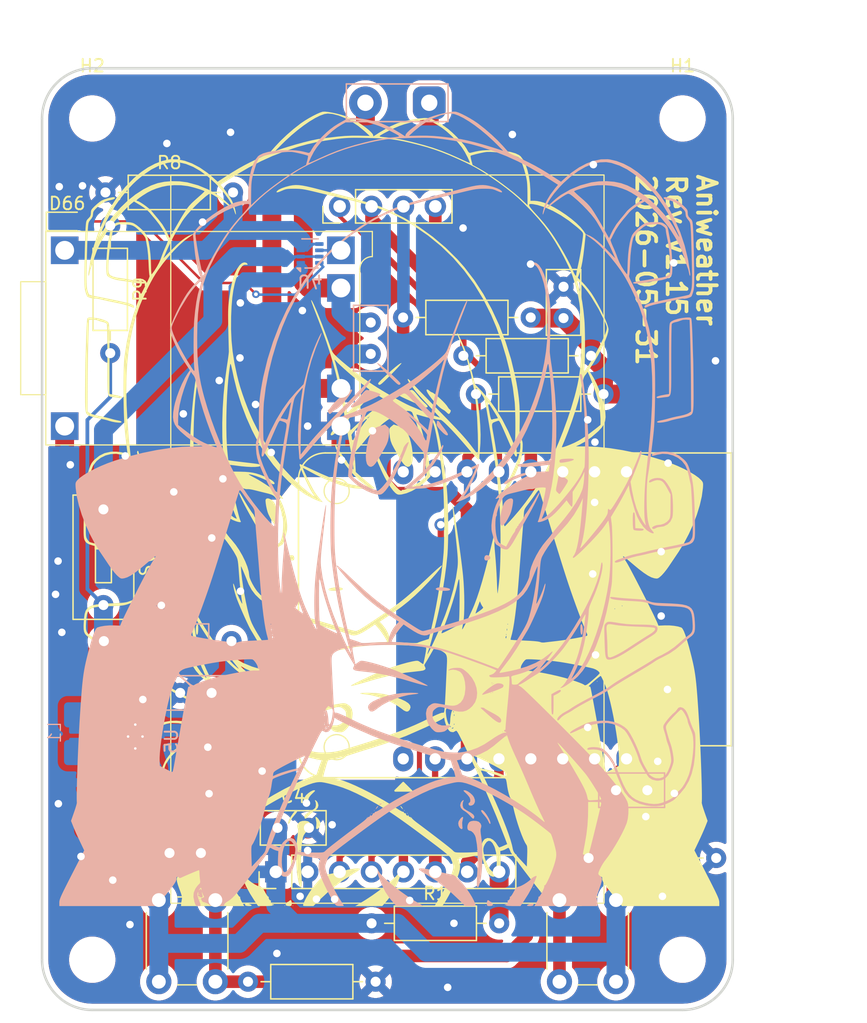
<source format=kicad_pcb>
(kicad_pcb (version 20241229) (generator "pcbnew") (generator_version "9.0")
  (title_block (title "Aniweather") (date "2024-12-06") (rev "v1.15") (company "Cyao") (comment 1 "Anime weather station"))
  (layers (0 "F.Cu" signal) (2 "B.Cu" signal) (13 "F.Paste" user) (15 "B.Paste" user) (5 "F.SilkS" user "F.Silkscreen") (7 "B.SilkS" user "B.Silkscreen") (1 "F.Mask" user) (3 "B.Mask" user) (25 "Edge.Cuts" user))
  (net 0 "")
  (net 1 "Net-(BT1-+)")
  (net 2 "Net-(BT1--)")
  (net 3 "Net-(U1-LED)")
  (net 4 "+3.3V")
  (net 5 "+5V")
  (net 6 "CS_LCD")
  (net 7 "RESET")
  (net 8 "MOSI")
  (net 9 "SCK")
  (net 10 "SD_CS")
  (net 11 "MISO")
  (net 12 "Net-(D66-A)")
  (net 13 "AO")
  (net 14 "GND")
  (net 15 "Net-(U2-A4)")
  (net 18 "VIN+")
  (net 19 "Net-(SW4-Pad1)")
  (net 21 "Net-(U2-A5)")
  (net 22 "Net-(U5-L1)")
  (net 23 "Net-(U5-L2)")
  (net 24 "Net-(U5-EN)")
  (net 27 "BOUT")
  (footprint "LOGO" (layer "F.Cu") (at 140.35115 95.117339)
    (property "Reference" "G2" (hide yes))
    (property "Value" "LOGO" (hide yes))
  )
  (footprint "Resistor_THT:R_Axial_DIN0207_L6.3mm_D2.5mm_P10.16mm_Horizontal" (layer "F.Cu") (at 147.25 89.375)
    (property "Reference" "R6" (hide yes))
    (property "Value" "10k")
    (pad "1" thru_hole circle (at 0 0) (size 1.6 1.6) (drill 0.8) (layers "*.Cu" "*.Mask") (net 6 "CS_LCD"))
    (pad "2" thru_hole oval (at 10.16 0) (size 1.6 1.6) (drill 0.8) (layers "*.Cu" "*.Mask") (net 4 "+3.3V"))
  )
  (footprint "Resistor_THT:R_Axial_DIN0207_L6.3mm_D2.5mm_P10.16mm_Horizontal" (layer "F.Cu") (at 166.38 126.325 180)
    (property "Reference" "R3" (at 5.08 -2.37 0) (layer "F.SilkS"))
    (property "Value" "10k")
    (pad "1" thru_hole circle (at 0 0 180) (size 1.6 1.6) (drill 0.8) (layers "*.Cu" "*.Mask") (net 14 "GND"))
    (pad "2" thru_hole oval (at 10.16 0 180) (size 1.6 1.6) (drill 0.8) (layers "*.Cu" "*.Mask") (net 21 "Net-(U2-A5)"))
  )
  (footprint "asylum:ST7735" (layer "F.Cu") (at 140.2 100.925)
    (property "Reference" "U1" (hide yes))
    (property "Value" "~")
    (pad "0" thru_hole rect (at -8.885 26.5 90) (size 1.7 1.7) (drill 1) (layers "*.Cu" "*.Mask") (net 4 "+3.3V"))
    (pad "1" thru_hole oval (at -6.345 26.5 90) (size 1.7 1.7) (drill 1) (layers "*.Cu" "*.Mask") (net 14 "GND"))
    (pad "2" thru_hole oval (at -3.805 26.5 90) (size 1.7 1.7) (drill 1) (layers "*.Cu" "*.Mask") (net 6 "CS_LCD"))
    (pad "3" thru_hole oval (at -1.265 26.5 90) (size 1.7 1.7) (drill 1) (layers "*.Cu" "*.Mask") (net 7 "RESET"))
    (pad "4" thru_hole oval (at 1.275 26.5 90) (size 1.7 1.7) (drill 1) (layers "*.Cu" "*.Mask") (net 13 "AO"))
    (pad "5" thru_hole oval (at 3.815 26.5 90) (size 1.7 1.7) (drill 1) (layers "*.Cu" "*.Mask") (net 8 "MOSI"))
    (pad "6" thru_hole oval (at 6.355 26.5 90) (size 1.7 1.7) (drill 1) (layers "*.Cu" "*.Mask") (net 9 "SCK"))
    (pad "7" thru_hole oval (at 8.895 26.5 90) (size 1.7 1.7) (drill 1) (layers "*.Cu" "*.Mask") (net 3 "Net-(U1-LED)"))
    (pad "8" thru_hole oval (at -3.805 -26.5 90) (size 1.7 1.7) (drill 1) (layers "*.Cu" "*.Mask") (net 10 "SD_CS"))
    (pad "9" thru_hole oval (at -1.265 -26.5 90) (size 1.7 1.7) (drill 1) (layers "*.Cu" "*.Mask") (net 8 "MOSI"))
    (pad "10" thru_hole oval (at 1.275 -26.5 90) (size 1.7 1.7) (drill 1) (layers "*.Cu" "*.Mask") (net 11 "MISO"))
    (pad "11" thru_hole oval (at 3.815 -26.5 90) (size 1.7 1.7) (drill 1) (layers "*.Cu" "*.Mask") (net 9 "SCK"))
  )
  (footprint "Resistor_THT:R_Axial_DIN0207_L6.3mm_D2.5mm_P10.16mm_Horizontal" (layer "F.Cu") (at 146.25 86.325)
    (property "Reference" "R5" (hide yes))
    (property "Value" "10k")
    (pad "1" thru_hole circle (at 0 0) (size 1.6 1.6) (drill 0.8) (layers "*.Cu" "*.Mask") (net 10 "SD_CS"))
    (pad "2" thru_hole oval (at 10.16 0) (size 1.6 1.6) (drill 0.8) (layers "*.Cu" "*.Mask") (net 4 "+3.3V"))
  )
  (footprint "Resistor_THT:R_Axial_DIN0207_L6.3mm_D2.5mm_P10.16mm_Horizontal" (layer "F.Cu") (at 138.94 131.525)
    (property "Reference" "R1" (at 5.08 -2.37 0) (layer "F.SilkS"))
    (property "Value" "10")
    (pad "1" thru_hole circle (at 0 0) (size 1.6 1.6) (drill 0.8) (layers "*.Cu" "*.Mask") (net 4 "+3.3V"))
    (pad "2" thru_hole oval (at 10.16 0) (size 1.6 1.6) (drill 0.8) (layers "*.Cu" "*.Mask") (net 3 "Net-(U1-LED)"))
  )
  (footprint "LED_SMD:LED_0603_1608Metric_Pad1.05x0.95mm_HandSolder" (layer "F.Cu") (at 114.7 75.625)
    (property "Reference" "D66" (at 0 -1.43 180) (layer "F.SilkS"))
    (property "Value" "LED")
    (pad "1" smd roundrect (at -0.875 0) (size 1.05 0.95) (layers "F.Cu" "F.Mask" "F.Paste") (net 14 "GND"))
    (pad "2" smd roundrect (at 0.875 0) (size 1.05 0.95) (layers "F.Cu" "F.Mask" "F.Paste") (net 12 "Net-(D66-A)"))
  )
  (footprint "asylum:TP4056" (layer "F.Cu") (at 126 84.925 90)
    (property "Reference" "U3" (hide yes))
    (property "Value" "~")
    (pad "0" thru_hole rect (at 4 10.5 180) (size 2.2 2.2) (drill 1.5) (layers "*.Cu" "*.Mask") (net 1 "Net-(BT1-+)"))
    (pad "1" thru_hole rect (at -4 10.5 180) (size 2.2 2.2) (drill 1.5) (layers "*.Cu" "*.Mask") (net 2 "Net-(BT1--)"))
    (pad "2" thru_hole rect (at 7 10.5 180) (size 2.2 2.2) (drill 1.5) (layers "*.Cu" "*.Mask") (net 27 "BOUT"))
    (pad "3" thru_hole rect (at -7 10.5 180) (size 2.2 2.2) (drill 1.5) (layers "*.Cu" "*.Mask") (net 14 "GND"))
    (pad "4" thru_hole rect (at 7 -11.5 180) (size 2.2 2.2) (drill 1.5) (layers "*.Cu" "*.Mask") (net 18 "VIN+"))
    (pad "5" thru_hole rect (at -7 -11.5 180) (size 2.2 2.2) (drill 1.5) (layers "*.Cu" "*.Mask") (net 14 "GND"))
  )
  (footprint "MountingHole:MountingHole_3.2mm_M3" (layer "F.Cu") (at 163.7 134.425)
    (property "Reference" "H4" (hide yes))
    (property "Value" "MountingHole")
    (pad "" np_thru_hole circle (at 0 0) (size 3.2 3.2) (drill 3.2) (layers "*.Cu" "*.Mask"))
  )
  (footprint "asylum:WEMOS_C1_mini" (layer "F.Cu") (at 148.96 106.995 90)
    (property "Reference" "U2" (hide yes))
    (property "Value" "~")
    (pad "0" thru_hole oval (at -11.43 2.66 90) (size 2 1.6) (drill 0.9) (layers "*.Cu" "*.Mask"))
    (pad "1" thru_hole oval (at -11.43 0.12 90) (size 2 1.6) (drill 0.9) (layers "*.Cu" "*.Mask") (net 13 "AO"))
    (pad "2" thru_hole oval (at -11.43 -2.42 90) (size 2 1.6) (drill 0.9) (layers "*.Cu" "*.Mask") (net 11 "MISO"))
    (pad "3" thru_hole oval (at -11.43 -4.96 90) (size 2 1.6) (drill 0.9) (layers "*.Cu" "*.Mask") (net 7 "RESET"))
    (pad "4" thru_hole oval (at -11.43 5.2 90) (size 2 1.6) (drill 0.9) (layers "*.Cu" "*.Mask") (net 15 "Net-(U2-A4)"))
    (pad "5" thru_hole oval (at -11.43 7.74 90) (size 2 1.6) (drill 0.9) (layers "*.Cu" "*.Mask") (net 21 "Net-(U2-A5)"))
    (pad "6" thru_hole oval (at 11.43 5.2 90) (size 2 1.6) (drill 0.9) (layers "*.Cu" "*.Mask") (net 9 "SCK"))
    (pad "7" thru_hole oval (at 11.43 2.66 90) (size 2 1.6) (drill 0.9) (layers "*.Cu" "*.Mask") (net 8 "MOSI"))
    (pad "8" thru_hole oval (at 11.43 0.12 90) (size 2 1.6) (drill 0.9) (layers "*.Cu" "*.Mask") (net 10 "SD_CS"))
    (pad "10" thru_hole oval (at 11.43 -2.42 90) (size 2 1.6) (drill 0.9) (layers "*.Cu" "*.Mask") (net 6 "CS_LCD"))
    (pad "11" thru_hole oval (at -11.43 -7.5 90) (size 2 1.6) (drill 0.9) (layers "*.Cu" "*.Mask"))
    (pad "12" thru_hole oval (at -11.43 10.28 90) (size 2 1.6) (drill 0.9) (layers "*.Cu" "*.Mask") (net 4 "+3.3V"))
    (pad "13" thru_hole oval (at 11.43 7.74 90) (size 2 1.6) (drill 0.9) (layers "*.Cu" "*.Mask") (net 14 "GND"))
    (pad "14" thru_hole oval (at 11.43 10.28 90) (size 2 1.6) (drill 0.9) (layers "*.Cu" "*.Mask"))
    (pad "20" thru_hole oval (at 11.43 -4.96 90) (size 2 1.6) (drill 0.9) (layers "*.Cu" "*.Mask"))
    (pad "21" thru_hole oval (at 11.43 -7.5 90) (size 2 1.6) (drill 0.9) (layers "*.Cu" "*.Mask"))
    (zone (net 0) (net_name "") (layers "F.Cu" "B.Cu" "Dwgs.User") (name "No Copper") (connect_pads (clearance 0)) (min_thickness 0.25)
      (keepout (tracks not_allowed) (vias not_allowed) (pads not_allowed) (copperpour not_allowed) (footprints not_allowed))
      (fill (thermal_gap 0.5) (thermal_bridge_width 0.5))
      (polygon (pts (xy 133.26 115.995) (xy 133.46 98.495) (xy 140.06 98.495) (xy 140.06 115.995)))
    )
  )
  (footprint "Capacitor_THT:C_Disc_D5.0mm_W2.5mm_P2.50mm" (layer "F.Cu") (at 154.225 80.825 -90)
    (property "Reference" "C2" (hide yes))
    (property "Value" "Tiny")
    (pad "1" thru_hole circle (at 0 0 270) (size 1.6 1.6) (drill 0.8) (layers "*.Cu" "*.Mask") (net 14 "GND"))
    (pad "2" thru_hole circle (at 2.5 0 270) (size 1.6 1.6) (drill 0.8) (layers "*.Cu" "*.Mask") (net 4 "+3.3V"))
  )
  (footprint "Resistor_THT:R_Axial_DIN0207_L6.3mm_D2.5mm_P10.16mm_Horizontal" (layer "F.Cu") (at 141.45 83.275)
    (property "Reference" "R7" (hide yes))
    (property "Value" "10k")
    (pad "1" thru_hole circle (at 0 0) (size 1.6 1.6) (drill 0.8) (layers "*.Cu" "*.Mask") (net 11 "MISO"))
    (pad "2" thru_hole oval (at 10.16 0) (size 1.6 1.6) (drill 0.8) (layers "*.Cu" "*.Mask") (net 4 "+3.3V"))
  )
  (footprint "Resistor_THT:R_Axial_DIN0207_L6.3mm_D2.5mm_P10.16mm_Horizontal" (layer "F.Cu") (at 117.75 73.315)
    (property "Reference" "R8" (at 5.08 -2.37 0) (layer "F.SilkS"))
    (property "Value" "10k")
    (pad "1" thru_hole circle (at 0 0) (size 1.6 1.6) (drill 0.8) (layers "*.Cu" "*.Mask") (net 14 "GND"))
    (pad "2" thru_hole oval (at 10.16 0) (size 1.6 1.6) (drill 0.8) (layers "*.Cu" "*.Mask") (net 18 "VIN+"))
  )
  (footprint "Button_Switch_THT:SW_PUSH_6mm" (layer "F.Cu") (at 158.4 129.675 -90)
    (property "Reference" "SW2" (hide yes))
    (property "Value" "SW_Push")
    (pad "1" thru_hole circle (at 0 0) (size 2 2) (drill 1.1) (layers "*.Cu" "*.Mask") (net 4 "+3.3V"))
    (pad "1" thru_hole circle (at 6.5 0) (size 2 2) (drill 1.1) (layers "*.Cu" "*.Mask") (net 4 "+3.3V"))
    (pad "2" thru_hole circle (at 0 4.5) (size 2 2) (drill 1.1) (layers "*.Cu" "*.Mask") (net 21 "Net-(U2-A5)"))
    (pad "2" thru_hole circle (at 6.5 4.5) (size 2 2) (drill 1.1) (layers "*.Cu" "*.Mask") (net 21 "Net-(U2-A5)"))
  )
  (footprint "Capacitor_THT:C_Disc_D5.0mm_W2.5mm_P2.50mm" (layer "F.Cu") (at 122.85 125.925)
    (property "Reference" "C1" (at 1.25 -2.5 0) (layer "F.SilkS"))
    (property "Value" "Tiny")
    (pad "1" thru_hole circle (at 0 0) (size 1.6 1.6) (drill 0.8) (layers "*.Cu" "*.Mask") (net 14 "GND"))
    (pad "2" thru_hole circle (at 2.5 0) (size 1.6 1.6) (drill 0.8) (layers "*.Cu" "*.Mask") (net 4 "+3.3V"))
  )
  (footprint "Resistor_THT:R_Axial_DIN0207_L6.3mm_D2.5mm_P10.16mm_Horizontal" (layer "F.Cu") (at 118.13 75.955 -90)
    (property "Reference" "R9" (at 5.08 -2.37 90) (layer "F.SilkS"))
    (property "Value" "470Ω")
    (pad "1" thru_hole circle (at 0 0 270) (size 1.6 1.6) (drill 0.8) (layers "*.Cu" "*.Mask") (net 12 "Net-(D66-A)"))
    (pad "2" thru_hole oval (at 10.16 0 270) (size 1.6 1.6) (drill 0.8) (layers "*.Cu" "*.Mask") (net 5 "+5V"))
  )
  (footprint "MountingHole:MountingHole_3.2mm_M3" (layer "F.Cu") (at 163.7 67.425)
    (property "Reference" "H1" (at 0 -4.2 0) (layer "F.SilkS"))
    (property "Value" "MountingHole")
    (pad "" np_thru_hole circle (at 0 0) (size 3.2 3.2) (drill 3.2) (layers "*.Cu" "*.Mask"))
  )
  (footprint "Resistor_THT:R_Axial_DIN0207_L6.3mm_D2.5mm_P10.16mm_Horizontal" (layer "F.Cu") (at 139.26 136.175 180)
    (property "Reference" "R4" (hide yes))
    (property "Value" "10k")
    (pad "1" thru_hole circle (at 0 0 180) (size 1.6 1.6) (drill 0.8) (layers "*.Cu" "*.Mask") (net 14 "GND"))
    (pad "2" thru_hole oval (at 10.16 0 180) (size 1.6 1.6) (drill 0.8) (layers "*.Cu" "*.Mask") (net 15 "Net-(U2-A4)"))
  )
  (footprint "Capacitor_THT:C_Disc_D5.0mm_W2.5mm_P2.50mm" (layer "F.Cu") (at 131.45 123.925)
    (property "Reference" "C4" (at 1.25 -2.5 0) (layer "F.SilkS"))
    (property "Value" "Tiny")
    (pad "1" thru_hole circle (at 0 0) (size 1.6 1.6) (drill 0.8) (layers "*.Cu" "*.Mask") (net 4 "+3.3V"))
    (pad "2" thru_hole circle (at 2.5 0) (size 1.6 1.6) (drill 0.8) (layers "*.Cu" "*.Mask") (net 14 "GND"))
  )
  (footprint "Button_Switch_THT:SW_DIP_SPSTx01_Slide_9.78x4.72mm_W7.62mm_P2.54mm" (layer "F.Cu") (at 117.5875 98.5575 -90)
    (property "Reference" "SW4" (at 3.81 -3.42 90) (layer "F.SilkS"))
    (property "Value" "SW_DIP_x01")
    (pad "1" thru_hole roundrect (at 0 0 270) (size 1.6 1.6) (drill 0.8) (layers "*.Cu" "*.Mask") (roundrect_rratio 0.15625) (net 19 "Net-(SW4-Pad1)"))
    (pad "2" thru_hole circle (at 7.62 0 270) (size 1.6 1.6) (drill 0.8) (layers "*.Cu" "*.Mask") (net 5 "+5V"))
  )
  (footprint "MountingHole:MountingHole_3.2mm_M3" (layer "F.Cu") (at 116.7 134.425)
    (property "Reference" "H3" (hide yes))
    (property "Value" "MountingHole")
    (pad "" np_thru_hole circle (at 0 0) (size 3.2 3.2) (drill 3.2) (layers "*.Cu" "*.Mask"))
  )
  (footprint "MountingHole:MountingHole_3.2mm_M3" (layer "F.Cu") (at 116.7 67.425)
    (property "Reference" "H2" (at 0 -4.2 0) (layer "F.SilkS"))
    (property "Value" "MountingHole")
    (pad "" np_thru_hole circle (at 0 0) (size 3.2 3.2) (drill 3.2) (layers "*.Cu" "*.Mask"))
  )
  (footprint "Button_Switch_THT:SW_PUSH_6mm" (layer "F.Cu") (at 122 136.175 90)
    (property "Reference" "SW3" (hide yes))
    (property "Value" "SW_Push")
    (pad "1" thru_hole circle (at 0 0 180) (size 2 2) (drill 1.1) (layers "*.Cu" "*.Mask") (net 4 "+3.3V"))
    (pad "1" thru_hole circle (at 6.5 0 180) (size 2 2) (drill 1.1) (layers "*.Cu" "*.Mask") (net 4 "+3.3V"))
    (pad "2" thru_hole circle (at 0 4.5 180) (size 2 2) (drill 1.1) (layers "*.Cu" "*.Mask") (net 15 "Net-(U2-A4)"))
    (pad "2" thru_hole circle (at 6.5 4.5 180) (size 2 2) (drill 1.1) (layers "*.Cu" "*.Mask") (net 15 "Net-(U2-A4)"))
  )
  (footprint "Capacitor_SMD:C_0805_2012Metric_Pad1.18x1.45mm_HandSolder" (layer "B.Cu") (at 119.3175 112.185)
    (property "Reference" "C6" (at 0 1.68 180) (layer "B.SilkS") (effects (justify mirror)))
    (property "Value" "10uF")
    (pad "1" smd roundrect (at -1.0375 0) (size 1.175 1.45) (layers "B.Cu" "B.Mask" "B.Paste") (roundrect_rratio 0.212766) (net 5 "+5V"))
    (pad "2" smd roundrect (at 1.0375 0) (size 1.175 1.45) (layers "B.Cu" "B.Mask" "B.Paste") (roundrect_rratio 0.212766) (net 14 "GND"))
  )
  (footprint "Capacitor_THT:C_Disc_D5.0mm_W2.5mm_P2.50mm" (layer "B.Cu") (at 158.4 120.925)
    (property "Reference" "C9" (hide yes))
    (property "Value" "Tiny")
    (pad "1" thru_hole circle (at 0 0) (size 1.6 1.6) (drill 0.8) (layers "*.Cu" "*.Mask") (net 4 "+3.3V"))
    (pad "2" thru_hole circle (at 2.5 0) (size 1.6 1.6) (drill 0.8) (layers "*.Cu" "*.Mask") (net 14 "GND"))
  )
  (footprint "Capacitor_THT:C_Disc_D5.0mm_W2.5mm_P2.50mm" (layer "B.Cu") (at 138.875 83.675 -90)
    (property "Reference" "C3" (hide yes))
    (property "Value" "Tiny")
    (pad "1" thru_hole circle (at 0 0 270) (size 1.6 1.6) (drill 0.8) (layers "*.Cu" "*.Mask") (net 1 "Net-(BT1-+)"))
    (pad "2" thru_hole circle (at 2.5 0 270) (size 1.6 1.6) (drill 0.8) (layers "*.Cu" "*.Mask") (net 2 "Net-(BT1--)"))
  )
  (footprint "Capacitor_SMD:C_0805_2012Metric_Pad1.18x1.45mm_HandSolder" (layer "B.Cu") (at 117.53 120.315 180)
    (property "Reference" "C7" (at 0 1.68 0) (layer "B.SilkS") (effects (justify mirror)))
    (property "Value" "10uF")
    (pad "1" smd roundrect (at -1.0375 0 180) (size 1.175 1.45) (layers "B.Cu" "B.Mask" "B.Paste") (roundrect_rratio 0.212766) (net 4 "+3.3V"))
    (pad "2" smd roundrect (at 1.0375 0 180) (size 1.175 1.45) (layers "B.Cu" "B.Mask" "B.Paste") (roundrect_rratio 0.212766) (net 14 "GND"))
  )
  (footprint "asylum:NR3015T2R2M" (layer "B.Cu") (at 116.7 116.425 90)
    (property "Reference" "L1" (at 0.1 -3 90) (layer "B.SilkS") (effects (font (thickness 0.1)) (justify mirror)))
    (property "Value" "2.2uH")
    (pad "1" smd roundrect (at -1.5 -0.5 90) (size 2 3.5) (layers "B.Cu" "B.Mask" "B.Paste") (roundrect_rratio 0.15) (net 23 "Net-(U5-L2)"))
    (pad "2" smd roundrect (at 1.5 -0.5 90) (size 2 3.5) (layers "B.Cu" "B.Mask" "B.Paste") (roundrect_rratio 0.15) (net 22 "Net-(U5-L1)"))
  )
  (footprint "TestPoint:TestPoint_2Pads_Pitch5.08mm_Drill1.3mm" (layer "B.Cu") (at 143.53 66.175 180)
    (property "Reference" "BT1" (hide yes))
    (property "Value" "Battery_Cell")
    (pad "1" thru_hole roundrect (at 0 0 180) (size 2.6 2.6) (drill 1.3) (layers "*.Cu" "*.Mask") (net 1 "Net-(BT1-+)"))
    (pad "2" thru_hole circle (at 5.08 0 180) (size 2.6 2.6) (drill 1.3) (layers "*.Cu" "*.Mask") (net 2 "Net-(BT1--)"))
  )
  (footprint "Resistor_THT:R_Axial_DIN0207_L6.3mm_D2.5mm_P10.16mm_Horizontal" (layer "B.Cu") (at 127.785 109.05 180)
    (property "Reference" "R2" (at 5.08 2.37 0) (layer "B.SilkS") (effects (justify mirror)))
    (property "Value" "100")
    (pad "1" thru_hole circle (at 0 0 180) (size 1.6 1.6) (drill 0.8) (layers "*.Cu" "*.Mask") (net 24 "Net-(U5-EN)"))
    (pad "2" thru_hole oval (at 10.16 0 180) (size 1.6 1.6) (drill 0.8) (layers "*.Cu" "*.Mask") (net 5 "+5V"))
  )
  (footprint "Package_SON:Texas_DRC0010J_ThermalVias" (layer "B.Cu") (at 120.125 116.65)
    (property "Reference" "U5" (at 2.875 0.375 90) (layer "B.SilkS") (effects (justify mirror)))
    (property "Value" "TPS63001")
    (pad "1" smd roundrect (at -1.4 1) (size 0.6 0.24) (layers "B.Cu" "B.Mask" "B.Paste") (net 4 "+3.3V"))
    (pad "2" smd roundrect (at -1.4 0.5) (size 0.6 0.24) (layers "B.Cu" "B.Mask" "B.Paste") (net 23 "Net-(U5-L2)"))
    (pad "3" smd roundrect (at -1.4 0) (size 0.6 0.24) (layers "B.Cu" "B.Mask" "B.Paste") (net 14 "GND"))
    (pad "4" smd roundrect (at -1.4 -0.5) (size 0.6 0.24) (layers "B.Cu" "B.Mask" "B.Paste") (net 22 "Net-(U5-L1)"))
    (pad "5" smd roundrect (at -1.4 -1) (size 0.6 0.24) (layers "B.Cu" "B.Mask" "B.Paste") (net 5 "+5V"))
    (pad "6" smd roundrect (at 1.4 -1) (size 0.6 0.24) (layers "B.Cu" "B.Mask" "B.Paste") (net 24 "Net-(U5-EN)"))
    (pad "7" smd roundrect (at 1.4 -0.5) (size 0.6 0.24) (layers "B.Cu" "B.Mask" "B.Paste") (net 24 "Net-(U5-EN)"))
    (pad "8" smd roundrect (at 1.4 0) (size 0.6 0.24) (layers "B.Cu" "B.Mask" "B.Paste") (net 24 "Net-(U5-EN)"))
    (pad "9" smd roundrect (at 1.4 0.5) (size 0.6 0.24) (layers "B.Cu" "B.Mask" "B.Paste") (net 14 "GND"))
    (pad "10" smd roundrect (at 1.4 1) (size 0.6 0.24) (layers "B.Cu" "B.Mask" "B.Paste") (net 4 "+3.3V"))
    (pad "11" thru_hole circle (at -0.575 0) (size 0.5 0.5) (drill 0.2) (layers "*.Cu") (net 14 "GND"))
    (pad "11" thru_hole circle (at 0 -0.95) (size 0.5 0.5) (drill 0.2) (layers "*.Cu") (net 14 "GND"))
    (pad "11" smd custom (at 0 0) (size 1.65 2.4) (layers "B.Cu" "B.Mask") (net 14 "GND") (options (clearance outline) (anchor rect)) (primitives (gr_poly (pts (xy -0.125 1.1) (xy 0.125 1.1) (xy 0.125 1.7) (xy 0.375 1.7) (xy 0.375 -1.7) (xy 0.125 -1.7) (xy 0.125 -1.1) (xy -0.125 -1.1) (xy -0.125 -1.7) (xy -0.375 -1.7) (xy -0.375 1.7) (xy -0.125 1.7)) (width 0) (fill yes))))
    (pad "11" thru_hole circle (at 0 0.95) (size 0.5 0.5) (drill 0.2) (layers "*.Cu") (net 14 "GND"))
    (pad "11" thru_hole circle (at 0.575 0) (size 0.5 0.5) (drill 0.2) (layers "*.Cu") (net 14 "GND"))
  )
  (footprint "Package_TO_SOT_SMD:SOT-583-8" (layer "B.Cu") (at 134.04 78.175)
    (property "Reference" "U4" (at 0 2.2 180) (layer "B.SilkS") (effects (justify mirror)))
    (property "Value" "TPS2116DRL")
    (pad "1" smd roundrect (at -0.74 0.75) (size 0.67 0.3) (layers "B.Cu" "B.Mask" "B.Paste") (roundrect_rratio 0.1666666667) (net 14 "GND"))
    (pad "2" smd roundrect (at -0.74 0.25) (size 0.67 0.3) (layers "B.Cu" "B.Mask" "B.Paste") (roundrect_rratio 0.1666666667) (net 19 "Net-(SW4-Pad1)"))
    (pad "3" smd roundrect (at -0.74 -0.25) (size 0.67 0.3) (layers "B.Cu" "B.Mask" "B.Paste") (roundrect_rratio 0.1666666667) (net 18 "VIN+"))
    (pad "4" smd roundrect (at -0.74 -0.75) (size 0.67 0.3) (layers "B.Cu" "B.Mask" "B.Paste") (roundrect_rratio 0.1666666667) (net 18 "VIN+"))
    (pad "5" smd roundrect (at 0.74 -0.75) (size 0.67 0.3) (layers "B.Cu" "B.Mask" "B.Paste") (roundrect_rratio 0.1666666667) (net 18 "VIN+"))
    (pad "6" smd roundrect (at 0.74 -0.25) (size 0.67 0.3) (layers "B.Cu" "B.Mask" "B.Paste") (roundrect_rratio 0.1666666667) (net 27 "BOUT"))
    (pad "7" smd roundrect (at 0.74 0.25) (size 0.67 0.3) (layers "B.Cu" "B.Mask" "B.Paste") (roundrect_rratio 0.1666666667) (net 19 "Net-(SW4-Pad1)"))
    (pad "8" smd roundrect (at 0.74 0.75) (size 0.67 0.3) (layers "B.Cu" "B.Mask" "B.Paste") (roundrect_rratio 0.1666666667) (net 12 "Net-(D66-A)"))
  )
  (footprint "LOGO" (layer "B.Cu") (at 140.35115 95.117339 180)
    (property "Reference" "G1" (hide yes))
    (property "Value" "LOGO" (hide yes))
  )
  (footprint "Capacitor_THT:C_Disc_D5.0mm_W2.5mm_P2.50mm" (layer "B.Cu") (at 126.2 113.175 180)
    (property "Reference" "C5" (at -2.4 0 270) (layer "B.SilkS") (effects (justify mirror)))
    (property "Value" "0.1uF")
    (pad "1" thru_hole circle (at 0 0 180) (size 1.6 1.6) (drill 0.8) (layers "*.Cu" "*.Mask") (net 24 "Net-(U5-EN)"))
    (pad "2" thru_hole circle (at 2.5 0 180) (size 1.6 1.6) (drill 0.8) (layers "*.Cu" "*.Mask") (net 14 "GND"))
  )
  (footprint "Capacitor_SMD:C_0805_2012Metric_Pad1.18x1.45mm_HandSolder" (layer "B.Cu") (at 117.37 123.625 180)
    (property "Reference" "C8" (at 0 1.68 0) (layer "B.SilkS") (effects (justify mirror)))
    (property "Value" "10uF")
    (pad "1" smd roundrect (at -1.0375 0 180) (size 1.175 1.45) (layers "B.Cu" "B.Mask" "B.Paste") (roundrect_rratio 0.212766) (net 4 "+3.3V"))
    (pad "2" smd roundrect (at 1.0375 0 180) (size 1.175 1.45) (layers "B.Cu" "B.Mask" "B.Paste") (roundrect_rratio 0.212766) (net 14 "GND"))
  )
  (gr_line (start 116.7 138.425) (end 163.7 138.425) (stroke (width 0.2)) (layer "Edge.Cuts"))
  (gr_arc (start 112.7 67.425) (mid 113.871573 64.596573) (end 116.7 63.425) (stroke (width 0.2)) (layer "Edge.Cuts"))
  (gr_arc (start 167.7 134.425) (mid 166.528427 137.253427) (end 163.7 138.425) (stroke (width 0.2)) (layer "Edge.Cuts"))
  (gr_line (start 112.7 67.425) (end 112.7 134.425) (stroke (width 0.2)) (layer "Edge.Cuts"))
  (gr_line (start 116.7 63.425) (end 163.7 63.425) (stroke (width 0.2)) (layer "Edge.Cuts"))
  (gr_arc (start 116.7 138.425) (mid 113.871573 137.253427) (end 112.7 134.425) (stroke (width 0.2)) (layer "Edge.Cuts"))
  (gr_line (start 167.7 67.425) (end 167.7 134.425) (stroke (width 0.2)) (layer "Edge.Cuts"))
  (gr_arc (start 163.7 63.425) (mid 166.528427 64.596573) (end 167.7 67.425) (stroke (width 0.2)) (layer "Edge.Cuts"))
  (gr_text "${TITLE} \nRev ${REVISION} \n${CURRENT_DATE}" (at 159.9 71.725 -90) (layer "F.SilkS") (effects (font (size 1.5 1.5) (thickness 0.3) (bold yes)) (justify left bottom)))
  (segment (start 133.5 80.5) (end 133.5 72.5) (width 1.5) (layer "F.Cu") (net 1))
  (segment (start 136.5 80.925) (end 133.925 80.925) (width 1.5) (layer "F.Cu") (net 1))
  (segment (start 133.925 80.925) (end 133.5 80.5) (width 1.5) (layer "F.Cu") (net 1))
  (segment (start 142.5 71.5) (end 143.53 70.47) (width 1.5) (layer "F.Cu") (net 1))
  (segment (start 136.2 81.225) (end 136.5 80.925) (width 1.5) (layer "F.Cu") (net 1))
  (segment (start 133.5 72.5) (end 134.5 71.5) (width 1.5) (layer "F.Cu") (net 1))
  (segment (start 143.53 70.47) (end 143.53 66.175) (width 1.5) (layer "F.Cu") (net 1))
  (segment (start 134.5 71.5) (end 142.5 71.5) (width 1.5) (layer "F.Cu") (net 1))
  (segment (start 137.35 83.675) (end 138.875 83.675) (width 1.5) (layer "B.Cu") (net 1))
  (segment (start 136.5 80.925) (end 136.5 82.825) (width 1.5) (layer "B.Cu") (net 1))
  (segment (start 136.5 82.825) (end 137.35 83.675) (width 1.5) (layer "B.Cu") (net 1))
  (segment (start 138.45 66.175) (end 138.45 68.55) (width 1.5) (layer "F.Cu") (net 2))
  (segment (start 134 69) (end 131 72) (width 1.5) (layer "F.Cu") (net 2))
  (segment (start 131 86.5) (end 133.425 88.925) (width 1.5) (layer "F.Cu") (net 2))
  (segment (start 133.425 88.925) (end 136.5 88.925) (width 1.5) (layer "F.Cu") (net 2))
  (segment (start 138.45 68.55) (end 138 69) (width 1.5) (layer "F.Cu") (net 2))
  (segment (start 138 69) (end 134 69) (width 1.5) (layer "F.Cu") (net 2))
  (segment (start 131 72) (end 131 86.5) (width 1.5) (layer "F.Cu") (net 2))
  (segment (start 136.5 88.925) (end 136.5 87) (width 1.5) (layer "B.Cu") (net 2))
  (segment (start 137.325 86.175) (end 138.875 86.175) (width 1.5) (layer "B.Cu") (net 2))
  (segment (start 136.5 87) (end 137.325 86.175) (width 1.5) (layer "B.Cu") (net 2))
  (segment (start 149.095 131.52) (end 149.1 131.525) (width 1.5) (layer "F.Cu") (net 3))
  (segment (start 149.095 127.425) (end 149.095 131.52) (width 1.5) (layer "F.Cu") (net 3))
  (segment (start 166.3 91.675) (end 164 89.375) (width 1.5) (layer "F.Cu") (net 4))
  (segment (start 158.4 120.075) (end 158.4 120.925) (width 1.5) (layer "F.Cu") (net 4))
  (segment (start 156.41 86.325) (end 156.41 85.51) (width 1.5) (layer "F.Cu") (net 4))
  (segment (start 158.4 125.675) (end 158.4 129.675) (width 1.5) (layer "F.Cu") (net 4))
  (segment (start 158.4 125.675) (end 162.75 125.675) (width 1.5) (layer "F.Cu") (net 4))
  (segment (start 156.41 85.51) (end 154.225 83.325) (width 1.5) (layer "F.Cu") (net 4))
  (segment (start 166.3 122.125) (end 166.3 91.675) (width 1.5) (layer "F.Cu") (net 4))
  (segment (start 162.75 125.675) (end 166.3 122.125) (width 1.5) (layer "F.Cu") (net 4))
  (segment (start 159.24 118.425) (end 159.24 119.235) (width 1.5) (layer "F.Cu") (net 4))
  (segment (start 157.41 87.325) (end 156.41 86.325) (width 1.5) (layer "F.Cu") (net 4))
  (segment (start 159.24 119.235) (end 158.4 120.075) (width 1.5) (layer "F.Cu") (net 4))
  (segment (start 157.41 89.375) (end 157.41 87.325) (width 1.5) (layer "F.Cu") (net 4))
  (segment (start 154.225 83.325) (end 151.66 83.325) (width 1.5) (layer "F.Cu") (net 4))
  (segment (start 164 89.375) (end 157.41 89.375) (width 1.5) (layer "F.Cu") (net 4))
  (segment (start 151.66 83.325) (end 151.61 83.275) (width 1.5) (layer "F.Cu") (net 4))
  (segment (start 158.4 120.925) (end 158.4 125.675) (width 1.5) (layer "F.Cu") (net 4))
  (segment (start 128.4 133.125) (end 122 133.125) (width 1.5) (layer "B.Cu") (net 4))
  (segment (start 131.45 127.29) (end 131.315 127.425) (width 1) (layer "B.Cu") (net 4))
  (segment (start 121.125 120.6) (end 124.26 123.735) (width 1.5) (layer "B.Cu") (net 4))
  (segment (start 131.315 127.425) (end 131.315 127.365) (width 1) (layer "B.Cu") (net 4))
  (segment (start 124.26 123.735) (end 125.34 123.735) (width 1.5) (layer "B.Cu") (net 4))
  (segment (start 118.75 120.6) (end 118.75 119.25) (width 1.5) (layer "B.Cu") (net 4))
  (segment (start 158.4 133.825) (end 158.4 129.675) (width 1.5) (layer "B.Cu") (net 4))
  (segment (start 138.94 131.525) (end 132.725 131.525) (width 1.5) (layer "B.Cu") (net 4))
  (segment (start 121.125 120.6) (end 120.84 120.315) (width 1.5) (layer "B.Cu") (net 4))
  (segment (start 131.315 130.115) (end 131.315 127.425) (width 1.5) (layer "B.Cu") (net 4))
  (segment (start 118.75 123.7) (end 118.75 120.6) (width 1.5) (layer "B.Cu") (net 4))
  (segment (start 130 131.525) (end 128.4 133.125) (width 1.5) (layer "B.Cu") (net 4))
  (segment (start 121.5 120.225) (end 121.5 119.225) (width 1.5) (layer "B.Cu") (net 4))
  (segment (start 122 129.825) (end 122 133.125) (width 1.5) (layer "B.Cu") (net 4))
  (segment (start 118.75 120.6) (end 118.8 120.6) (width 1.5) (layer "B.Cu") (net 4))
  (segment (start 122 133.125) (end 122 136.325) (width 1.5) (layer "B.Cu") (net 4))
  (segment (start 120.84 120.315) (end 118.5675 120.315) (width 1.5) (layer "B.Cu") (net 4))
  (segment (start 132.725 131.525) (end 131.315 130.115) (width 1.5) (layer "B.Cu") (net 4))
  (segment (start 132.725 131.525) (end 130 131.525) (width 1.5) (layer "B.Cu") (net 4))
  (segment (start 158.4 133.825) (end 158.4 136.175) (width 1.5) (layer "B.Cu") (net 4))
  (segment (start 131.45 123.925) (end 131.45 127.29) (width 1.5) (layer "B.Cu") (net 4))
  (segment (start 121.35 120.375) (end 121.5 120.225) (width 1.5) (layer "B.Cu") (net 4))
  (segment (start 128.225 123.7) (end 128.375 123.85) (width 1.5) (layer "B.Cu") (net 4))
  (segment (start 141 131.525) (end 143.3 133.825) (width 1.5) (layer "B.Cu") (net 4))
  (segment (start 121.125 120.6) (end 121.35 120.375) (width 1.5) (layer "B.Cu") (net 4))
  (segment (start 131.45 123.925) (end 128.45 123.925) (width 1.5) (layer "B.Cu") (net 4))
  (segment (start 143.3 133.825) (end 158.4 133.825) (width 1.5) (layer "B.Cu") (net 4))
  (segment (start 128.45 123.925) (end 128.375 123.85) (width 1.5) (layer "B.Cu") (net 4))
  (segment (start 138.94 131.525) (end 141 131.525) (width 1.5) (layer "B.Cu") (net 4))
  (segment (start 117.5875 109.0125) (end 117.625 109.05) (width 1.5) (layer "B.Cu") (net 5))
  (segment (start 118.13 86.115) (end 118.13 89.615) (width 0.3) (layer "B.Cu") (net 5))
  (segment (start 118.13 89.615) (end 116.31 91.435) (width 0.3) (layer "B.Cu") (net 5))
  (segment (start 116.31 91.435) (end 116.31 104.9) (width 0.3) (layer "B.Cu") (net 5))
  (segment (start 116.31 104.9) (end 117.5875 106.1775) (width 0.3) (layer "B.Cu") (net 5))
  (segment (start 117.5875 106.1775) (end 117.5875 109.0125) (width 1.5) (layer "B.Cu") (net 5))
  (segment (start 118.675 113.1) (end 118.675 114.725) (width 1) (layer "B.Cu") (net 5))
  (segment (start 117.625 112.05) (end 118.675 113.1) (width 1.5) (layer "B.Cu") (net 5))
  (segment (start 117.625 109.05) (end 117.625 112.05) (width 1.5) (layer "B.Cu") (net 5))
  (segment (start 142.75 119.875) (end 136.395 126.23) (width 0.5) (layer "F.Cu") (net 6))
  (segment (start 147.25 89.375) (end 147.25 93.675) (width 0.75) (layer "F.Cu") (net 6))
  (segment (start 136.395 126.23) (end 136.395 127.425) (width 0.5) (layer "F.Cu") (net 6))
  (segment (start 142.75 117.075) (end 144.45 115.375) (width 0.5) (layer "F.Cu") (net 6))
  (segment (start 146.54 94.385) (end 146.54 95.565) (width 0.75) (layer "F.Cu") (net 6))
  (segment (start 142.75 119.875) (end 142.75 117.075) (width 0.4) (layer "F.Cu") (net 6))
  (segment (start 144.45 115.375) (end 144.45 99.775) (width 0.5) (layer "F.Cu") (net 6))
  (segment (start 147.25 93.675) (end 146.54 94.385) (width 0.75) (layer "F.Cu") (net 6))
  (via (at 144.45 99.775) (size 1) (drill 0.6) (layers "F.Cu" "B.Cu") (net 6))
  (segment (start 144.45 99.775) (end 146.54 97.685) (width 0.5) (layer "B.Cu") (net 6))
  (segment (start 146.54 97.685) (end 146.54 95.565) (width 0.5) (layer "B.Cu") (net 6))
  (segment (start 138.935 127.425) (end 138.935 126.19) (width 0.5) (layer "F.Cu") (net 7))
  (segment (start 144 121.125) (end 144 118.425) (width 0.5) (layer "F.Cu") (net 7))
  (segment (start 138.935 126.19) (end 144 121.125) (width 0.5) (layer "F.Cu") (net 7))
  (segment (start 151.62 95.565) (end 151.62 115.375) (width 1) (layer "F.Cu") (net 8))
  (segment (start 150.35 116.645) (end 150.35 120.625) (width 0.45) (layer "F.Cu") (net 8))
  (segment (start 150.3 120.625) (end 148.9 122.025) (width 1) (layer "F.Cu") (net 8))
  (segment (start 147.7 122.025) (end 144.015 125.71) (width 1) (layer "F.Cu") (net 8))
  (segment (start 151.62 88.145) (end 138.935 75.46) (width 1) (layer "F.Cu") (net 8))
  (segment (start 148.9 122.025) (end 147.7 122.025) (width 1) (layer "F.Cu") (net 8))
  (segment (start 151.62 115.375) (end 150.35 116.645) (width 1) (layer "F.Cu") (net 8))
  (segment (start 138.935 75.46) (end 138.935 74.425) (width 1) (layer "F.Cu") (net 8))
  (segment (start 151.62 95.565) (end 151.62 88.145) (width 1) (layer "F.Cu") (net 8))
  (segment (start 144.015 125.71) (end 144.015 127.425) (width 1) (layer "F.Cu") (net 8))
  (segment (start 154.16 88.575) (end 144.015 78.43) (width 1) (layer "F.Cu") (net 9))
  (segment (start 154.16 95.565) (end 154.16 88.575) (width 1) (layer "F.Cu") (net 9))
  (segment (start 144.015 78.43) (end 144.015 74.425) (width 1) (layer "F.Cu") (net 9))
  (segment (start 146.555 127.425) (end 146.555 126.67) (width 1) (layer "F.Cu") (net 9))
  (segment (start 154.16 115.665) (end 154.16 95.565) (width 1) (layer "F.Cu") (net 9))
  (segment (start 146.555 126.67) (end 152.9 120.325) (width 1) (layer "F.Cu") (net 9))
  (segment (start 152.9 120.325) (end 152.9 120.225) (width 1) (layer "F.Cu") (net 9))
  (segment (start 152.9 120.225) (end 152.9 116.925) (width 0.45) (layer "F.Cu") (net 9))
  (segment (start 152.9 116.925) (end 154.16 115.665) (width 1) (layer "F.Cu") (net 9))
  (segment (start 138.084 76.409) (end 139.8 78.125) (width 0.5) (layer "F.Cu") (net 10))
  (segment (start 137.9 76.225) (end 138.084 76.409) (width 0.3) (layer "F.Cu") (net 10))
  (segment (start 137.4 76.225) (end 137.9 76.225) (width 0.3) (layer "F.Cu") (net 10))
  (segment (start 149.08 95.565) (end 149.08 88.755) (width 0.5) (layer "F.Cu") (net 10))
  (segment (start 139.8 78.125) (end 139.814966 78.125) (width 0.5) (layer "F.Cu") (net 10))
  (segment (start 149.08 88.755) (end 146.65 86.325) (width 0.5) (layer "F.Cu") (net 10))
  (segment (start 136.395 75.22) (end 137.4 76.225) (width 0.3) (layer "F.Cu") (net 10))
  (segment (start 136.395 74.425) (end 136.395 75.22) (width 0.3) (layer "F.Cu") (net 10))
  (segment (start 139.814966 78.125) (end 146.25 84.560034) (width 0.5) (layer "F.Cu") (net 10))
  (segment (start 146.65 86.325) (end 146.25 86.325) (width 0.5) (layer "F.Cu") (net 10))
  (segment (start 146.25 84.560034) (end 146.25 86.325) (width 0.5) (layer "F.Cu") (net 10))
  (segment (start 140.125 96.552735) (end 139.959 96.386735) (width 1) (layer "F.Cu") (net 11))
  (segment (start 146.54 98.565) (end 146.54 118.425) (width 1) (layer "F.Cu") (net 11))
  (segment (start 139.959 96.386735) (end 139.959 93.366) (width 1) (layer "F.Cu") (net 11))
  (segment (start 143.362265 97.25) (end 142.097735 97.25) (width 1) (layer "F.Cu") (net 11))
  (segment (start 143.378265 97.266) (end 143.362265 97.25) (width 1) (layer "F.Cu") (net 11))
  (segment (start 142.081735 97.266) (end 140.816 97.266) (width 1) (layer "F.Cu") (net 11))
  (segment (start 139.959 93.366) (end 139.9625 93.3625) (width 1) (layer "F.Cu") (net 11))
  (segment (start 144.637735 97.25) (end 144.621735 97.266) (width 1) (layer "F.Cu") (net 11))
  (segment (start 141.45 91.875) (end 139.9625 93.3625) (width 1) (layer "F.Cu") (net 11))
  (segment (start 145.225 97.25) (end 144.637735 97.25) (width 1) (layer "F.Cu") (net 11))
  (segment (start 141.45 83.275) (end 141.45 91.875) (width 1) (layer "F.Cu") (net 11))
  (segment (start 140.125 96.575) (end 140.125 96.552735) (width 1) (layer "F.Cu") (net 11))
  (segment (start 146.54 98.565) (end 145.225 97.25) (width 1) (layer "F.Cu") (net 11))
  (segment (start 142.097735 97.25) (end 142.081735 97.266) (width 1) (layer "F.Cu") (net 11))
  (segment (start 144.621735 97.266) (end 143.378265 97.266) (width 1) (layer "F.Cu") (net 11))
  (segment (start 140.816 97.266) (end 140.125 96.575) (width 1) (layer "F.Cu") (net 11))
  (segment (start 141.475 83.25) (end 141.45 83.275) (width 1) (layer "B.Cu") (net 11))
  (segment (start 141.475 74.425) (end 141.475 83.25) (width 1) (layer "B.Cu") (net 11))
  (segment (start 128.83 80.525) (end 125.6 80.525) (width 0.2) (layer "F.Cu") (net 12))
  (segment (start 125.6 80.525) (end 120.7 75.625) (width 0.2) (layer "F.Cu") (net 12))
  (segment (start 129.73 81.425) (end 128.83 80.525) (width 0.2) (layer "F.Cu") (net 12))
  (segment (start 120.7 75.625) (end 115.575 75.625) (width 0.2) (layer "F.Cu") (net 12))
  (via (at 129.73 81.425) (size 0.6) (drill 0.3) (layers "F.Cu" "B.Cu") (net 12))
  (segment (start 132.87 81.455) (end 135.09 79.235) (width 0.2) (layer "B.Cu") (net 12))
  (segment (start 134.78 78.925) (end 135.09 79.235) (width 0.2) (layer "B.Cu") (net 12))
  (segment (start 129.76 81.455) (end 132.87 81.455) (width 0.2) (layer "B.Cu") (net 12))
  (segment (start 129.73 81.425) (end 129.76 81.455) (width 0.2) (layer "B.Cu") (net 12))
  (segment (start 141.475 127.425) (end 141.475 125.55) (width 0.75) (layer "F.Cu") (net 13))
  (segment (start 148.5 120.525) (end 149.08 119.945) (width 0.75) (layer "F.Cu") (net 13))
  (segment (start 141.475 125.55) (end 146.5 120.525) (width 0.75) (layer "F.Cu") (net 13))
  (segment (start 149.08 119.945) (end 149.08 118.425) (width 0.75) (layer "F.Cu") (net 13))
  (segment (start 146.5 120.525) (end 148.5 120.525) (width 0.75) (layer "F.Cu") (net 13))
  (segment (start 133.855 124.02) (end 133.95 123.925) (width 1.5) (layer "F.Cu") (net 14))
  (segment (start 136.5 94.575) (end 136.55 94.625) (width 1.5) (layer "F.Cu") (net 14))
  (segment (start 114.5 91.925) (end 114.5 94.625) (width 1.5) (layer "F.Cu") (net 14))
  (segment (start 136.5 91.925) (end 136.5 94.575) (width 1.5) (layer "F.Cu") (net 14))
  (via (at 126 121.2) (size 1) (drill 0.6) (layers "F.Cu" "B.Cu") (net 14))
  (via (at 119.325 94.3) (size 1) (drill 0.6) (layers "F.Cu" "B.Cu") (net 14))
  (via (at 162.55 94.875) (size 1) (drill 0.6) (layers "F.Cu" "B.Cu") (net 14))
  (via (at 128.5 105.075) (size 1) (drill 0.6) (layers "F.Cu" "B.Cu") (net 14))
  (via (at 114.07 72.855) (size 1) (drill 0.6) (layers "F.Cu" "B.Cu") (net 14))
  (via (at 125.9 117.5) (size 1) (drill 0.6) (layers "F.Cu" "B.Cu") (net 14))
  (via (at 120.725 113.7) (size 1) (drill 0.6) (layers "F.Cu" "B.Cu") (net 14))
  (via (at 114 122) (size 1) (drill 0.6) (layers "F.Cu" "B.Cu") (net 14))
  (via (at 156.55 103.7) (size 1) (drill 0.6) (layers "F.Cu" "B.Cu") (net 14))
  (via (at 122.64 69.415) (size 1) (drill 0.6) (layers "F.Cu" "B.Cu") (net 14))
  (via (at 130.95 94.025) (size 1) (drill 0.6) (layers "F.Cu" "B.Cu") (net 14))
  (via (at 127.71 68.525) (size 1) (drill 0.6) (layers "F.Cu" "B.Cu") (net 14))
  (via (at 166.325 86.725) (size 1) (drill 0.6) (layers "F.Cu" "B.Cu") (net 14))
  (via (at 126.81 88.295) (size 1) (drill 0.6) (layers "F.Cu" "B.Cu") (net 14))
  (via (at 156.15 115.925) (size 1) (drill 0.6) (layers "F.Cu" "B.Cu") (net 14))
  (via (at 161.725 118.625) (size 1) (drill 0.6) (layers "F.Cu" "B.Cu") (net 14))
  (via (at 162.5 112.9) (size 1) (drill 0.6) (layers "F.Cu" "B.Cu") (net 14))
  (via (at 156.15 91.425) (size 1) (drill 0.6) (layers "F.Cu" "B.Cu") (net 14))
  (via (at 128.49 82.115) (size 1) (drill 0.6) (layers "F.Cu" "B.Cu") (net 14))
  (via (at 133.85 91.925) (size 1) (drill 0.6) (layers "F.Cu" "B.Cu") (net 14))
  (via (at 163.05 121.175) (size 1) (drill 0.6) (layers "F.Cu" "B.Cu") (net 14))
  (via (at 114.275 108.35) (size 1) (drill 0.6) (layers "F.Cu" "B.Cu") (net 14))
  (via (at 139.01 92.295) (size 1) (drill 0.6) (layers "F.Cu" "B.Cu") (net 14))
  (via (at 126.214528 100.83383) (size 1) (drill 0.6) (layers "F.Cu" "B.Cu") (net 14))
  (via (at 130.225 119.4) (size 1) (drill 0.6) (layers "F.Cu" "B.Cu") (net 14))
  (via (at 156.775 110.15) (size 1) (drill 0.6) (layers "F.Cu" "B.Cu") (net 14))
  (via (at 113.975 102.675) (size 1) (drill 0.6) (layers "F.Cu" "B.Cu") (net 14))
  (via (at 156.725 93.2) (size 1) (drill 0.6) (layers "F.Cu" "B.Cu") (net 14))
  (via (at 146.225 76.15) (size 1) (drill 0.6) (layers "F.Cu" "B.Cu") (net 14))
  (via (at 133.85 125.725) (size 1) (drill 0.6) (layers "F.Cu" "B.Cu") (net 14))
  (via (at 156.7 98) (size 1) (drill 0.6) (layers "F.Cu" "B.Cu") (net 14))
  (via (at 119.7 131.625) (size 1) (drill 0.6) (layers "F.Cu" "B.Cu") (net 14))
  (via (at 141.975 129.7) (size 1) (drill 0.6) (layers "F.Cu" "B.Cu") (net 14))
  (via (at 156.6 71.1) (size 1) (drill 0.6) (layers "F.Cu" "B.Cu") (net 14))
  (via (at 123.19 97.165) (size 1) (drill 0.6) (layers "F.Cu" "B.Cu") (net 14))
  (via (at 162 107.05) (size 1) (drill 0.6) (layers "F.Cu" "B.Cu") (net 14))
  (via (at 163 78.925) (size 1) (drill 0.6) (layers "F.Cu" "B.Cu") (net 14))
  (via (at 123.95 90.95) (size 1) (drill 0.6) (layers "F.Cu" "B.Cu") (net 14))
  (via (at 160.775 123.025) (size 1) (drill 0.6) (layers "F.Cu" "B.Cu") (net 14))
  (via (at 128.46 86.495) (size 1) (drill 0.6) (layers "F.Cu" "B.Cu") (net 14))
  (via (at 162 101.925) (size 1) (drill 0.6) (layers "F.Cu" "B.Cu") (net 14))
  (via (at 115.8 126.2) (size 1) (drill 0.6) (layers "F.Cu" "B.Cu") (net 14))
  (via (at 113.775 105.325) (size 1) (drill 0.6) (layers "F.Cu" "B.Cu") (net 14))
  (via (at 150.15 68.7) (size 1) (drill 0.6) (layers "F.Cu" "B.Cu") (net 14))
  (via (at 131.4 133.925) (size 1) (drill 0.6) (layers "F.Cu" "B.Cu") (net 14))
  (via (at 135.8 123.675) (size 1) (drill 0.6) (layers "F.Cu" "B.Cu") (net 14))
  (via (at 122.2 106.2) (size 1) (drill 0.6) (layers "F.Cu" "B.Cu") (net 14))
  (via (at 136 129.6) (size 1) (drill 0.6) (layers "F.Cu" "B.Cu") (net 14))
  (via (at 136.55 94.625) (size 1) (drill 0.6) (layers "F.Cu" "B.Cu") (net 14))
  (via (at 151.6 79.025) (size 1) (drill 0.6) (layers "F.Cu" "B.Cu") (net 14))
  (via (at 125.48 75.675) (size 1) (drill 0.6) (layers "F.Cu" "B.Cu") (net 14))
  (via (at 162.1 129.375) (size 1) (drill 0.6) (layers "F.Cu" "B.Cu") (net 14))
  (via (at 134.55 129.6) (size 1) (drill 0.6) (layers "F.Cu" "B.Cu") (net 14))
  (via (at 114.95 95.005) (size 1) (drill 0.6) (layers "F.Cu" "B.Cu") (net 14))
  (via (at 133.75 121.95) (size 1) (drill 0.6) (layers "F.Cu" "B.Cu") (net 14))
  (via (at 133.43 82.725) (size 1) (drill 0.6) (layers "F.Cu" "B.Cu") (net 14))
  (via (at 118.332168 128.085124) (size 1) (drill 0.6) (layers "F.Cu" "B.Cu") (net 14))
  (via (at 127.1 96.125) (size 1) (drill 0.6) (layers "F.Cu" "B.Cu") (net 14))
  (via (at 129.7 90.2) (size 1) (drill 0.6) (layers "F.Cu" "B.Cu") (net 14))
  (via (at 115.92 72.785) (size 1) (drill 0.6) (layers "F.Cu" "B.Cu") (net 14))
  (via (at 133.25 129.375) (size 1) (drill 0.6) (layers "F.Cu" "B.Cu") (net 14))
  (via (at 145 136.625) (size 1) (drill 0.6) (layers "F.Cu" "B.Cu") (net 14))
  (via (at 145.5 131.525) (size 1) (drill 0.6) (layers "F.Cu" "B.Cu") (net 14))
  (segment (start 120.125 113.175) (end 120.125 112.05) (width 1) (layer "B.Cu") (net 14))
  (segment (start 131.33 80.375) (end 132.43 80.375) (width 1) (layer "B.Cu") (net 14))
  (segment (start 116.25 120.6) (end 116.25 123.7) (width 1.5) (layer "B.Cu") (net 14))
  (segment (start 121.25 113.175) (end 120.125 113.175) (width 1) (layer "B.Cu") (net 14))
  (segment (start 120.125 114.75) (end 120.125 114.3) (width 1) (layer "B.Cu") (net 14))
  (segment (start 129.02 80.515) (end 129.16 80.375) (width 1) (layer "B.Cu") (net 14))
  (segment (start 120.125 112.05) (end 121.25 113.175) (width 1) (layer "B.Cu") (net 14))
  (segment (start 132.43 80.375) (end 133.38 79.425) (width 1) (layer "B.Cu") (net 14))
  (segment (start 128.49 81.045) (end 129.02 80.515) (width 1) (layer "B.Cu") (net 14))
  (segment (start 129.16 80.375) (end 131.33 80.375) (width 1) (layer "B.Cu") (net 14))
  (segment (start 120.125 114.3) (end 120.125 113.175) (width 1) (layer "B.Cu") (net 14))
  (segment (start 121.525 117.15) (end 120.625 117.15) (width 0.3) (layer "B.Cu") (net 14))
  (segment (start 118.725 116.65) (end 119.55 116.65) (width 0.3) (layer "B.Cu") (net 14))
  (segment (start 123.7 113.175) (end 121.25 113.175) (width 1) (layer "B.Cu") (net 14))
  (segment (start 120.125 116) (end 120.125 114.75) (width 1) (layer "B.Cu") (net 14))
  (segment (start 121.25 113.175) (end 120.725 113.7) (width 1) (layer "B.Cu") (net 14))
  (segment (start 120.625 117.15) (end 120.125 116.65) (width 0.3) (layer "B.Cu") (net 14))
  (segment (start 120.125 116.65) (end 120.125 116) (width 1) (layer "B.Cu") (net 14))
  (segment (start 120.725 113.7) (end 120.125 114.3) (width 1) (layer "B.Cu") (net 14))
  (segment (start 128.49 82.115) (end 128.49 81.045) (width 1) (layer "B.Cu") (net 14))
  (segment (start 137.4 134.125) (end 149.7 134.125) (width 1) (layer "F.Cu") (net 15))
  (segment (start 151.3 132.525) (end 151.3 125.725) (width 1) (layer "F.Cu") (net 15))
  (segment (start 154.16 122.865) (end 154.16 118.425) (width 1) (layer "F.Cu") (net 15))
  (segment (start 126.5 136.175) (end 126.5 129.675) (width 1) (layer "F.Cu") (net 15))
  (segment (start 129.1 136.175) (end 135.35 136.175) (width 1) (layer "F.Cu") (net 15))
  (segment (start 126.5 136.175) (end 129.1 136.175) (width 1) (layer "F.Cu") (net 15))
  (segment (start 135.35 136.175) (end 137.4 134.125) (width 1) (layer "F.Cu") (net 15))
  (segment (start 151.3 125.725) (end 154.16 122.865) (width 1) (layer "F.Cu") (net 15))
  (segment (start 149.7 134.125) (end 151.3 132.525) (width 1) (layer "F.Cu") (net 15))
  (segment (start 126.49 77.185) (end 127.33 76.345) (width 1.5) (layer "B.Cu") (net 18))
  (segment (start 133.3 77.925) (end 133.8 77.925) (width 0.2) (layer "B.Cu") (net 18))
  (segment (start 133.3 77.925) (end 133.8 77.425) (width 0.2) (layer "B.Cu") (net 18))
  (segment (start 133.3 77.425) (end 133.8 77.925) (width 0.2) (layer "B.Cu") (net 18))
  (segment (start 134.3 77.425) (end 134.78 77.425) (width 0.2) (layer "B.Cu") (net 18))
  (segment (start 133.8 77.425) (end 133.3 77.425) (width 0.2) (layer "B.Cu") (net 18))
  (segment (start 133.8 77.925) (end 134.3 77.425) (width 0.2) (layer "B.Cu") (net 18))
  (segment (start 134.78 77.425) (end 133.8 77.425) (width 0.2) (layer "B.Cu") (net 18))
  (segment (start 127.33 76.345) (end 127.91 75.765) (width 1.5) (layer "B.Cu") (net 18))
  (segment (start 133.3 77.925) (end 133.3 77.425) (width 0.2) (layer "B.Cu") (net 18))
  (segment (start 133.8 77.925) (end 133.8 77.425) (width 0.2) (layer "B.Cu") (net 18))
  (segment (start 132.54 76.345) (end 133.36 77.165) (width 1.5) (layer "B.Cu") (net 18))
  (segment (start 114.5 77.925) (end 125.75 77.925) (width 1.5) (layer "B.Cu") (net 18))
  (segment (start 127.33 76.345) (end 128.95 76.345) (width 1.5) (layer "B.Cu") (net 18))
  (segment (start 125.75 77.925) (end 126.49 77.185) (width 1.5) (layer "B.Cu") (net 18))
  (segment (start 127.91 75.765) (end 127.91 73.315) (width 1.5) (layer "B.Cu") (net 18))
  (segment (start 128.95 76.345) (end 132.54 76.345) (width 1.5) (layer "B.Cu") (net 18))
  (segment (start 133.3 78.425) (end 134.78 78.425) (width 0.2) (layer "B.Cu") (net 19))
  (segment (start 132.585 78.33) (end 132.48 78.225) (width 0.2) (layer "B.Cu") (net 19))
  (segment (start 132.72 78.425) (end 132.37 78.775) (width 0.2) (layer "B.Cu") (net 19))
  (segment (start 132 79.145) (end 131.87 79.145) (width 0.2) (layer "B.Cu") (net 19))
  (segment (start 132.37 78.545) (end 132.585 78.33) (width 0.2) (layer "B.Cu") (net 19))
  (segment (start 132.22 79.095) (end 132.17 79.145) (width 0.2) (layer "B.Cu") (net 19))
  (segment (start 126.3 80.625) (end 126.3 80.225) (width 1.5) (layer "B.Cu") (net 19))
  (segment (start 132.39 78.315) (end 132.39 78.355) (width 0.2) (layer "B.Cu") (net 19))
  (segment (start 123.3 86.525) (end 126.3 83.525) (width 1.5) (layer "B.Cu") (net 19))
  (segment (start 132.48 78.225) (end 132.35 78.095) (width 0.2) (layer "B.Cu") (net 19))
  (segment (start 117.5875 92.2375) (end 123.3 86.525) (width 1.5) (layer "B.Cu") (net 19))
  (segment (start 132.68 78.425) (end 132.585 78.33) (width 0.2) (layer "B.Cu") (net 19))
  (segment (start 132.17 79.145) (end 132 79.145) (width 0.2) (layer "B.Cu") (net 19))
  (segment (start 133.3 78.425) (end 132.89 78.425) (width 0.2) (layer "B.Cu") (net 19))
  (segment (start 133.3 78.425) (end 132.72 78.425) (width 0.2) (layer "B.Cu") (net 19))
  (segment (start 117.5875 98.5575) (end 117.5875 92.2375) (width 1.5) (layer "B.Cu") (net 19))
  (segment (start 126.3 80.225) (end 128.1 78.425) (width 1.5) (layer "B.Cu") (net 19))
  (segment (start 132 79.145) (end 132.37 78.775) (width 0.2) (layer "B.Cu") (net 19))
  (segment (start 126.3 83.525) (end 126.3 80.625) (width 1.5) (layer "B.Cu") (net 19))
  (segment (start 133.3 78.425) (end 132.68 78.425) (width 0.2) (layer "B.Cu") (net 19))
  (segment (start 132.35 78.095) (end 132.23 77.975) (width 0.2) (layer "B.Cu") (net 19))
  (segment (start 128.1 78.425) (end 131.6 78.425) (width 1.5) (layer "B.Cu") (net 19))
  (segment (start 132.37 78.775) (end 132.37 78.545) (width 0.2) (layer "B.Cu") (net 19))
  (segment (start 132.89 78.425) (end 132.22 79.095) (width 0.2) (layer "B.Cu") (net 19))
  (segment (start 156.22 126.325) (end 156.22 120.605) (width 1.5) (layer "F.Cu") (net 21))
  (segment (start 156.22 126.325) (end 156.22 127.355) (width 1.5) (layer "F.Cu") (net 21))
  (segment (start 153.9 136.175) (end 153.9 129.675) (width 1) (layer "F.Cu") (net 21))
  (segment (start 156.7 120.125) (end 156.7 118.425) (width 1.5) (layer "F.Cu") (net 21))
  (segment (start 156.22 120.605) (end 156.7 120.125) (width 1.5) (layer "F.Cu") (net 21))
  (segment (start 156.22 127.355) (end 153.9 129.675) (width 1.5) (layer "F.Cu") (net 21))
  (segment (start 118.725 116.15) (end 118.225 116.15) (width 0.3) (layer "B.Cu") (net 22))
  (segment (start 118.225 116.15) (end 118.1 116.025) (width 0.3) (layer "B.Cu") (net 22))
  (segment (start 118.175 117.15) (end 118.1 117.225) (width 0.3) (layer "B.Cu") (net 23))
  (segment (start 118.725 117.15) (end 118.175 117.15) (width 0.3) (layer "B.Cu") (net 23))
  (segment (start 121.525 116.65) (end 121.525 116.15) (width 0.3) (layer "B.Cu") (net 24))
  (segment (start 127.785 111.59) (end 126.2 113.175) (width 1) (layer "B.Cu") (net 24))
  (segment (start 121.525 115.65) (end 122.325 115.65) (width 0.3) (layer "B.Cu") (net 24))
  (segment (start 122.325 116.65) (end 121.525 116.65) (width 0.3) (layer "B.Cu") (net 24))
  (segment (start 124.425 116.15) (end 121.656 116.15) (width 1) (layer "B.Cu") (net 24))
  (segment (start 122.325 116.15) (end 122.325 116.65) (width 0.3) (layer "B.Cu") (net 24))
  (segment (start 121.525 116.15) (end 122.325 116.15) (width 0.3) (layer "B.Cu") (net 24))
  (segment (start 121.525 115.65) (end 121.525 116.15) (width 0.3) (layer "B.Cu") (net 24))
  (segment (start 122.325 115.65) (end 122.325 116.15) (width 0.3) (layer "B.Cu") (net 24))
  (segment (start 127.785 109.05) (end 127.785 111.59) (width 1) (layer "B.Cu") (net 24))
  (segment (start 124.425 116.15) (end 122.325 116.15) (width 1) (layer "B.Cu") (net 24))
  (segment (start 126.2 113.175) (end 126.2 114.375) (width 1) (layer "B.Cu") (net 24))
  (segment (start 126.2 114.375) (end 124.425 116.15) (width 1) (layer "B.Cu") (net 24))
  (segment (start 134.78 77.925) (end 136.5 77.925) (width 0.2) (layer "B.Cu") (net 27))
  (zone (net 0) (net_name "") (layers "F.Cu" "B.Cu") (connect_pads (clearance 0)) (min_thickness 0.25)
    (keepout (tracks allowed) (vias allowed) (pads allowed) (copperpour not_allowed) (footprints allowed))
    (fill (thermal_gap 0.5) (thermal_bridge_width 0.7))
    (polygon (pts (xy 112.7 93.425) (xy 112.7 76.425) (xy 120.2 76.425) (xy 120.2 93.425)))
  )
  (zone (net 0) (net_name "") (layers "F.Cu" "B.Cu") (connect_pads (clearance 0)) (min_thickness 0.25)
    (keepout (tracks not_allowed) (vias not_allowed) (pads not_allowed) (copperpour not_allowed) (footprints allowed))
    (fill (thermal_gap 0.5) (thermal_bridge_width 0.5))
    (polygon (pts (xy 140.9 117.125) (xy 130.95 117.125) (xy 130.95 97.775) (xy 140.9 97.775)))
  )
  (zone (net 0) (net_name "") (layers "F.Cu" "B.Cu") (connect_pads (clearance 0)) (min_thickness 0.25)
    (keepout (tracks allowed) (vias allowed) (pads allowed) (copperpour not_allowed) (footprints allowed))
    (fill (thermal_gap 0.5) (thermal_bridge_width 0.5))
    (polygon (pts (xy 139.55 97.775) (xy 139.075 95.975) (xy 132.975 95.989143) (xy 131.571172 97.775)))
  )
  (zone (net 14) (net_name "GND") (layers "F.Cu" "B.Cu") (connect_pads (clearance 0.5)) (min_thickness 0.25) (fill yes (thermal_gap 0.5) (thermal_bridge_width 0.7))
    (polygon (pts (xy 167.7 138.425) (xy 167.7 63.425) (xy 112.7 63.425) (xy 112.7 138.425)))
  )
  (zone (net 0) (net_name "") (layers "F.Cu" "B.Cu") (connect_pads (clearance 0)) (min_thickness 0.25)
    (keepout (tracks allowed) (vias allowed) (pads allowed) (copperpour not_allowed) (footprints allowed))
    (fill (thermal_gap 0.5) (thermal_bridge_width 0.5))
    (polygon (pts (xy 132.948273 120.093181) (xy 140.825 120.1) (xy 140.825 117.125) (xy 132.95 117.125)))
  )
  (zone (net 5) (net_name "+5V") (layer "B.Cu") (priority 3) (connect_pads yes (clearance 0)) (min_thickness 0.25) (fill yes (thermal_gap 0.5) (thermal_bridge_width 0.7))
    (polygon (pts (xy 118.425 115.775) (xy 118.425 115.525) (xy 118.175 114.55) (xy 119.175 114.55) (xy 119.025 115.525) (xy 119.025 115.775)))
  )
  (zone (net 4) (net_name "+3.3V") (layer "B.Cu") (priority 3) (connect_pads yes (clearance 0)) (min_thickness 0.25) (fill yes (thermal_gap 0.5) (thermal_bridge_width 0.7))
    (polygon (pts (xy 121.829636 117.523702) (xy 121.829636 117.773702) (xy 122.179636 119.023702) (xy 120.879636 118.923702) (xy 121.229636 117.773702) (xy 121.229636 117.523702)))
  )
  (zone (net 4) (net_name "+3.3V") (layer "B.Cu") (priority 3) (connect_pads yes (clearance 0)) (min_thickness 0.25) (fill yes (thermal_gap 0.5) (thermal_bridge_width 0.7))
    (polygon (pts (xy 119.025 117.525) (xy 119.025 117.775) (xy 119.375 119.025) (xy 118.075 118.925) (xy 118.425 117.775) (xy 118.425 117.525)))
  )
  (zone (net 23) (net_name "Net-(U5-L2)") (layer "B.Cu") (priority 2) (connect_pads yes (clearance 0)) (min_thickness 0.25) (fill yes (thermal_gap 0.5) (thermal_bridge_width 0.7))
    (polygon (pts (xy 119.025 117) (xy 119.025 117.275) (xy 118.425 117.275) (xy 118 117.95) (xy 118 118.825) (xy 114.85 118.825) (xy 114.85 116.75) (xy 118.175 116.75) (xy 118.175 117)))
  )
  (zone (net 22) (net_name "Net-(U5-L1)") (layer "B.Cu") (priority 1) (connect_pads yes (clearance 0)) (min_thickness 0.25) (fill yes (thermal_gap 0.5) (thermal_bridge_width 0.7))
    (polygon (pts (xy 119.025 116.275) (xy 118.175 116.275) (xy 117.2 116.425) (xy 114.85 116.425) (xy 114.85 114.275) (xy 118 114.275) (xy 118 115.1) (xy 118.375 115.925) (xy 119.025 115.925)))
  )
  (zone (net 4) (net_name "+3.3V") (layer "B.Cu") (priority 4) (connect_pads (clearance 0)) (min_thickness 0.25) (fill yes (thermal_gap 0.5) (thermal_bridge_width 1))
    (polygon (pts (xy 132.4 128.5) (xy 132.4 123) (xy 124 123) (xy 124.05 124.425) (xy 124.45 126.925) (xy 127.25 128.175)))
  )
  (zone (net 19) (net_name "Net-(SW4-Pad1)") (layer "B.Cu") (priority 5) (connect_pads (clearance 0)) (min_thickness 0.25) (fill yes (thermal_gap 0.5) (thermal_bridge_width 0.5))
    (polygon (pts (xy 133.63 78.275) (xy 132.99 78.275) (xy 132.9 78.265) (xy 131.67 77.675) (xy 131.69 79.185) (xy 132.2 79.165) (xy 132.85 78.645) (xy 132.99 78.575) (xy 133.61 78.575)))
  )
)
</source>
